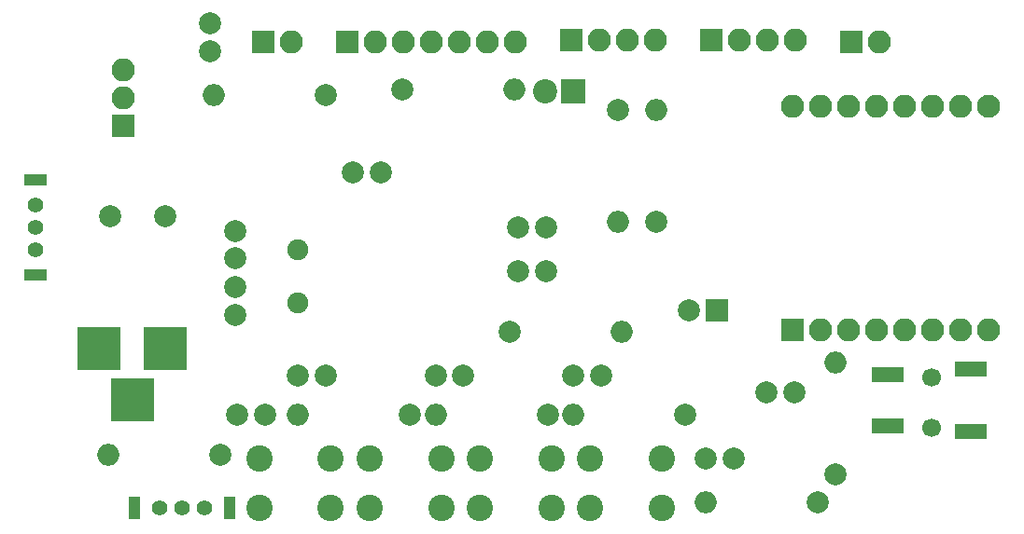
<source format=gbs>
G04 #@! TF.FileFunction,Soldermask,Bot*
%FSLAX46Y46*%
G04 Gerber Fmt 4.6, Leading zero omitted, Abs format (unit mm)*
G04 Created by KiCad (PCBNEW 4.0.1-stable) date 2018/09/01 18:49:11*
%MOMM*%
G01*
G04 APERTURE LIST*
%ADD10C,0.100000*%
%ADD11C,2.000000*%
%ADD12R,3.900000X3.900000*%
%ADD13R,2.200000X2.200000*%
%ADD14C,2.200000*%
%ADD15R,3.000000X1.400000*%
%ADD16C,1.700000*%
%ADD17R,2.100000X2.100000*%
%ADD18O,2.100000X2.100000*%
%ADD19O,2.000000X2.000000*%
%ADD20C,1.400000*%
%ADD21R,2.000000X1.100000*%
%ADD22R,1.100000X2.000000*%
%ADD23C,1.900000*%
%ADD24C,2.100000*%
%ADD25R,2.000000X2.000000*%
%ADD26C,2.400000*%
G04 APERTURE END LIST*
D10*
D11*
X82000000Y-83000000D03*
X84500000Y-83000000D03*
X97000000Y-92000000D03*
X99500000Y-92000000D03*
X97000000Y-88000000D03*
X99500000Y-88000000D03*
X71320000Y-95925000D03*
X71320000Y-93425000D03*
X71320000Y-88305000D03*
X71320000Y-90805000D03*
X119500000Y-103000000D03*
X122000000Y-103000000D03*
X77000000Y-101500000D03*
X79500000Y-101500000D03*
X89500000Y-101500000D03*
X92000000Y-101500000D03*
X69000000Y-72000000D03*
X69000000Y-69500000D03*
X102000000Y-101500000D03*
X104500000Y-101500000D03*
X71500000Y-105000000D03*
X74000000Y-105000000D03*
X114000000Y-109000000D03*
X116500000Y-109000000D03*
D12*
X65000000Y-99000000D03*
X59000000Y-99000000D03*
X62000000Y-103700000D03*
D13*
X101940000Y-75600000D03*
D14*
X99400000Y-75600000D03*
D11*
X60000000Y-87000000D03*
X65000000Y-87000000D03*
D15*
X138000000Y-106550000D03*
X138000000Y-100850000D03*
X130500000Y-106000000D03*
X130500000Y-101400000D03*
D16*
X134500000Y-106200000D03*
X134500000Y-101600000D03*
D17*
X61160000Y-78780000D03*
D18*
X61160000Y-76240000D03*
X61160000Y-73700000D03*
D17*
X127200000Y-71160000D03*
D18*
X129740000Y-71160000D03*
D17*
X73860000Y-71160000D03*
D18*
X76400000Y-71160000D03*
D11*
X86500000Y-75500000D03*
D19*
X96660000Y-75500000D03*
D11*
X106000000Y-77340000D03*
D19*
X106000000Y-87500000D03*
D11*
X109500000Y-87500000D03*
D19*
X109500000Y-77340000D03*
D11*
X87160000Y-105000000D03*
D19*
X77000000Y-105000000D03*
D11*
X99660000Y-105000000D03*
D19*
X89500000Y-105000000D03*
D11*
X79500000Y-76000000D03*
D19*
X69340000Y-76000000D03*
D11*
X112160000Y-105000000D03*
D19*
X102000000Y-105000000D03*
D11*
X70000000Y-108625000D03*
D19*
X59840000Y-108625000D03*
D11*
X124160000Y-113000000D03*
D19*
X114000000Y-113000000D03*
D20*
X53200000Y-86000000D03*
X53200000Y-88000000D03*
X53200000Y-90000000D03*
D21*
X53200000Y-83650000D03*
X53200000Y-92350000D03*
D20*
X64500000Y-113500000D03*
X66500000Y-113500000D03*
X68500000Y-113500000D03*
D22*
X62150000Y-113500000D03*
X70850000Y-113500000D03*
D23*
X77000000Y-94880000D03*
X77000000Y-90000000D03*
D18*
X121840000Y-77000000D03*
X124380000Y-77000000D03*
X126920000Y-77000000D03*
X129460000Y-77000000D03*
X132000000Y-77000000D03*
X134540000Y-77000000D03*
X137080000Y-77000000D03*
D24*
X139620000Y-77000000D03*
D17*
X121840000Y-97320000D03*
D18*
X124380000Y-97320000D03*
X126920000Y-97320000D03*
X129460000Y-97320000D03*
X132000000Y-97320000D03*
X134540000Y-97320000D03*
X137080000Y-97320000D03*
X139620000Y-97320000D03*
D17*
X114500000Y-71000000D03*
D18*
X117040000Y-71000000D03*
X119580000Y-71000000D03*
X122120000Y-71000000D03*
D17*
X101800000Y-71000000D03*
D18*
X104340000Y-71000000D03*
X106880000Y-71000000D03*
X109420000Y-71000000D03*
D17*
X81480000Y-71160000D03*
D18*
X84020000Y-71160000D03*
X86560000Y-71160000D03*
X89100000Y-71160000D03*
X91640000Y-71160000D03*
X94180000Y-71160000D03*
X96720000Y-71160000D03*
D25*
X115000000Y-95500000D03*
D11*
X112500000Y-95500000D03*
D26*
X73500000Y-113500000D03*
X73500000Y-109000000D03*
X80000000Y-113500000D03*
X80000000Y-109000000D03*
X83500000Y-113500000D03*
X83500000Y-109000000D03*
X90000000Y-113500000D03*
X90000000Y-109000000D03*
X93500000Y-113500000D03*
X93500000Y-109000000D03*
X100000000Y-113500000D03*
X100000000Y-109000000D03*
X103500000Y-113500000D03*
X103500000Y-109000000D03*
X110000000Y-113500000D03*
X110000000Y-109000000D03*
D11*
X96250000Y-97500000D03*
D19*
X106410000Y-97500000D03*
D11*
X125750000Y-110410000D03*
D19*
X125750000Y-100250000D03*
M02*

</source>
